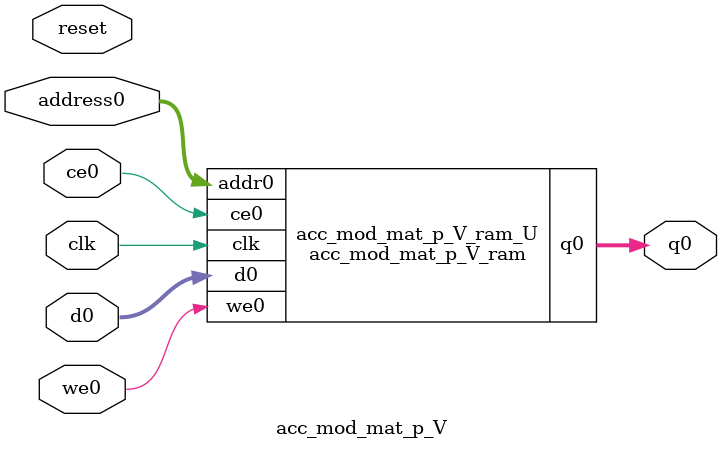
<source format=v>
`timescale 1 ns / 1 ps
module acc_mod_mat_p_V_ram (addr0, ce0, d0, we0, q0,  clk);

parameter DWIDTH = 64;
parameter AWIDTH = 4;
parameter MEM_SIZE = 16;

input[AWIDTH-1:0] addr0;
input ce0;
input[DWIDTH-1:0] d0;
input we0;
output reg[DWIDTH-1:0] q0;
input clk;

(* ram_style = "block" *)reg [DWIDTH-1:0] ram[0:MEM_SIZE-1];




always @(posedge clk)  
begin 
    if (ce0) begin
        if (we0) 
            ram[addr0] <= d0; 
        q0 <= ram[addr0];
    end
end


endmodule

`timescale 1 ns / 1 ps
module acc_mod_mat_p_V(
    reset,
    clk,
    address0,
    ce0,
    we0,
    d0,
    q0);

parameter DataWidth = 32'd64;
parameter AddressRange = 32'd16;
parameter AddressWidth = 32'd4;
input reset;
input clk;
input[AddressWidth - 1:0] address0;
input ce0;
input we0;
input[DataWidth - 1:0] d0;
output[DataWidth - 1:0] q0;



acc_mod_mat_p_V_ram acc_mod_mat_p_V_ram_U(
    .clk( clk ),
    .addr0( address0 ),
    .ce0( ce0 ),
    .we0( we0 ),
    .d0( d0 ),
    .q0( q0 ));

endmodule


</source>
